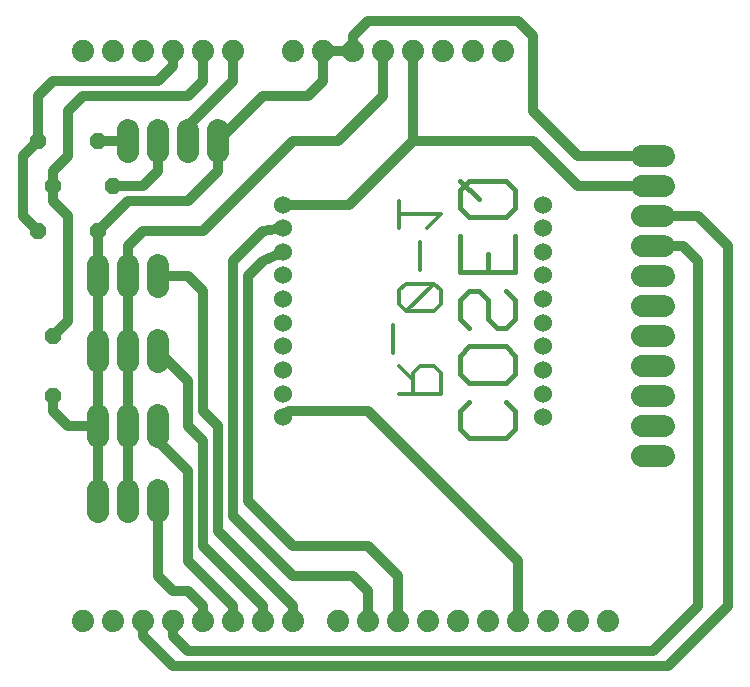
<source format=gbl>
G75*
%MOIN*%
%OFA0B0*%
%FSLAX24Y24*%
%IPPOS*%
%LPD*%
%AMOC8*
5,1,8,0,0,1.08239X$1,22.5*
%
%ADD10C,0.0180*%
%ADD11C,0.0120*%
%ADD12C,0.0740*%
%ADD13C,0.0600*%
%ADD14C,0.0740*%
%ADD15OC8,0.0560*%
%ADD16C,0.0320*%
D10*
X021690Y013494D02*
X021690Y014101D01*
X021994Y014404D01*
X021994Y015032D02*
X021690Y015335D01*
X021690Y015942D01*
X021994Y016246D01*
X023208Y016246D01*
X023512Y015942D01*
X023512Y015335D01*
X023208Y015032D01*
X021994Y015032D01*
X023208Y014404D02*
X023512Y014101D01*
X023512Y013494D01*
X023208Y013190D01*
X021994Y013190D01*
X021690Y013494D01*
X021994Y016873D02*
X021690Y017177D01*
X021690Y017784D01*
X021994Y018088D01*
X022297Y018088D01*
X022601Y017784D01*
X022601Y017177D01*
X022904Y016873D01*
X023208Y016873D01*
X023512Y017177D01*
X023512Y017784D01*
X023208Y018088D01*
X023512Y018715D02*
X021690Y018715D01*
X021690Y019929D01*
X021994Y020556D02*
X021690Y020860D01*
X021690Y021467D01*
X021994Y021771D01*
X023208Y021771D01*
X023512Y021467D01*
X023512Y020860D01*
X023208Y020556D01*
X021994Y020556D01*
X022297Y021163D02*
X021690Y021771D01*
X023512Y019929D02*
X023512Y018715D01*
X022601Y018715D02*
X022601Y019322D01*
D11*
X021041Y018113D02*
X020811Y018343D01*
X019890Y017422D01*
X019660Y017653D01*
X019660Y018113D01*
X019890Y018343D01*
X020811Y018343D01*
X021041Y018113D02*
X021041Y017653D01*
X020811Y017422D01*
X019890Y017422D01*
X019430Y016962D02*
X019430Y016041D01*
X019660Y015581D02*
X020120Y015120D01*
X020120Y015351D02*
X020120Y014660D01*
X019660Y014660D02*
X021041Y014660D01*
X021041Y015351D01*
X020811Y015581D01*
X020351Y015581D01*
X020120Y015351D01*
X020351Y018804D02*
X020351Y019724D01*
X020581Y020185D02*
X021041Y020645D01*
X019660Y020645D01*
X019660Y020185D02*
X019660Y021106D01*
D12*
X009100Y007100D03*
X010100Y007100D03*
X011100Y007100D03*
X012100Y007100D03*
X013100Y007100D03*
X014100Y007100D03*
X015100Y007100D03*
X016100Y007100D03*
X017600Y007100D03*
X018600Y007100D03*
X019600Y007100D03*
X020600Y007100D03*
X021600Y007100D03*
X022600Y007100D03*
X023600Y007100D03*
X024600Y007100D03*
X025600Y007100D03*
X026600Y007100D03*
X023100Y026100D03*
X022100Y026100D03*
X021100Y026100D03*
X020100Y026100D03*
X019100Y026100D03*
X018100Y026100D03*
X017100Y026100D03*
X016100Y026100D03*
X014100Y026100D03*
X013100Y026100D03*
X012100Y026100D03*
X011100Y026100D03*
X010100Y026100D03*
X009100Y026100D03*
D13*
X015769Y020974D03*
X015769Y020187D03*
X015769Y019399D03*
X015769Y018612D03*
X015769Y017824D03*
X015769Y017037D03*
X015769Y016250D03*
X015769Y015462D03*
X015769Y014675D03*
X015769Y013887D03*
X024431Y013887D03*
X024431Y014675D03*
X024431Y015462D03*
X024431Y016250D03*
X024431Y017037D03*
X024431Y017824D03*
X024431Y018612D03*
X024431Y019399D03*
X024431Y020187D03*
X024431Y020974D03*
D14*
X027730Y020600D02*
X028470Y020600D01*
X028470Y019600D02*
X027730Y019600D01*
X027730Y018600D02*
X028470Y018600D01*
X028470Y017600D02*
X027730Y017600D01*
X027730Y016600D02*
X028470Y016600D01*
X028470Y015600D02*
X027730Y015600D01*
X027730Y014600D02*
X028470Y014600D01*
X028470Y013600D02*
X027730Y013600D01*
X027730Y012600D02*
X028470Y012600D01*
X028470Y021600D02*
X027730Y021600D01*
X027730Y022600D02*
X028470Y022600D01*
X013600Y022730D02*
X013600Y023470D01*
X012600Y023470D02*
X012600Y022730D01*
X011600Y022730D02*
X011600Y023470D01*
X010600Y023470D02*
X010600Y022730D01*
X010600Y018970D02*
X010600Y018230D01*
X009600Y018230D02*
X009600Y018970D01*
X011600Y018970D02*
X011600Y018230D01*
X011600Y016470D02*
X011600Y015730D01*
X010600Y015730D02*
X010600Y016470D01*
X009600Y016470D02*
X009600Y015730D01*
X009600Y013970D02*
X009600Y013230D01*
X010600Y013230D02*
X010600Y013970D01*
X011600Y013970D02*
X011600Y013230D01*
X011600Y011470D02*
X011600Y010730D01*
X010600Y010730D02*
X010600Y011470D01*
X009600Y011470D02*
X009600Y010730D01*
D15*
X008100Y014600D03*
X008100Y016600D03*
X007600Y020100D03*
X008100Y021600D03*
X007600Y023100D03*
X009600Y023100D03*
X010100Y021600D03*
X009600Y020100D03*
D16*
X010600Y021100D01*
X012600Y021100D01*
X013600Y022100D01*
X013600Y023100D01*
X015100Y024600D01*
X016600Y024600D01*
X017100Y025100D01*
X017100Y026100D01*
X018100Y026100D01*
X018100Y026600D01*
X018600Y027100D01*
X023600Y027100D01*
X024100Y026600D01*
X024100Y024100D01*
X025600Y022600D01*
X028100Y022600D01*
X028100Y021600D02*
X025600Y021600D01*
X024100Y023100D01*
X020100Y023100D01*
X020100Y026100D01*
X019100Y026100D02*
X019100Y024600D01*
X017600Y023100D01*
X016100Y023100D01*
X013100Y020100D01*
X011100Y020100D01*
X010600Y019600D01*
X010600Y018600D01*
X010600Y016100D01*
X010600Y013600D01*
X010600Y011100D01*
X009600Y011100D02*
X009600Y013600D01*
X008600Y013600D01*
X008100Y014100D01*
X008100Y014600D01*
X009600Y013600D02*
X009600Y016100D01*
X009600Y018600D01*
X009600Y020100D01*
X008600Y020600D02*
X008600Y017100D01*
X008100Y016600D01*
X011600Y016100D02*
X012600Y015100D01*
X012600Y013600D01*
X013100Y013100D01*
X013100Y009600D01*
X015100Y007600D01*
X015100Y007100D01*
X016100Y007100D02*
X016100Y007600D01*
X013600Y010100D01*
X013600Y013600D01*
X013100Y014100D01*
X013100Y018100D01*
X012600Y018600D01*
X011600Y018600D01*
X014100Y019100D02*
X015100Y020100D01*
X015769Y020187D01*
X015769Y019399D02*
X015100Y019100D01*
X014600Y018600D01*
X014600Y011100D01*
X016100Y009600D01*
X018600Y009600D01*
X019600Y008600D01*
X019600Y007100D01*
X018600Y007100D02*
X018600Y008100D01*
X018100Y008600D01*
X016100Y008600D01*
X014100Y010600D01*
X014100Y019100D01*
X015769Y020974D02*
X017974Y020974D01*
X020100Y023100D01*
X014100Y025100D02*
X014100Y026100D01*
X013100Y026100D02*
X013100Y025100D01*
X012600Y024600D01*
X009100Y024600D01*
X008600Y024100D01*
X008600Y022600D01*
X008100Y022100D01*
X008100Y021600D01*
X008100Y021100D01*
X008600Y020600D01*
X007600Y020100D02*
X007100Y020600D01*
X007100Y022600D01*
X007600Y023100D01*
X007600Y024600D01*
X008100Y025100D01*
X011600Y025100D01*
X012100Y025600D01*
X012100Y026100D01*
X014100Y025100D02*
X012600Y023600D01*
X012600Y023100D01*
X011600Y023100D02*
X011600Y022100D01*
X011100Y021600D01*
X010100Y021600D01*
X010600Y023100D02*
X009600Y023100D01*
X015982Y014100D02*
X015769Y013887D01*
X015982Y014100D02*
X018600Y014100D01*
X023600Y009100D01*
X023600Y007100D01*
X028100Y006100D02*
X029600Y007600D01*
X029600Y019100D01*
X029100Y019600D01*
X028100Y019600D01*
X028100Y020600D02*
X029600Y020600D01*
X030600Y019600D01*
X030600Y007600D01*
X028600Y005600D01*
X012100Y005600D01*
X011100Y006600D01*
X011100Y007100D01*
X012100Y007100D02*
X012100Y006600D01*
X012600Y006100D01*
X028100Y006100D01*
X014100Y007100D02*
X014100Y007600D01*
X012600Y009100D01*
X012600Y012100D01*
X011600Y013100D01*
X011600Y013600D01*
X011600Y011100D02*
X011600Y008600D01*
X012100Y008100D01*
X012600Y008100D01*
X013100Y007600D01*
X013100Y007100D01*
M02*

</source>
